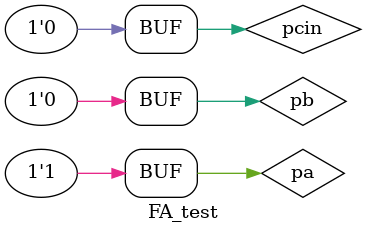
<source format=v>
module FA_struct (/*AUTOARG*/
   // Outputs
   Sum, Cout,
   // Inputs
   A, B, Cin
   ) ;
   input  A, B, Cin;
   output Sum, Cout;
   wire   S1, T1, T2, T3;

   xor x1(S1, A, B);
   xor x2(Sum, S1, Cin);
   and a1(T1, A, B);
   and a2(T2, A, Cin);
   and a3(T3, B, Cin);
   or  o1(Cout, T1, T2, T3);  
     
endmodule // FA

module FA_test (/*AUTOARG*/) ;
   reg pa, pb, pcin;
   wire pcout, psum;
   
   FA_struct fa(psum, pcout, pa, pb, pcin);
   initial begin
      $dumpfile("fa_test.vcd");
      $dumpvars(0, pa);
      $dumpvars(0, pb);
      $dumpvars(0, pcin);
      $dumpvars(0, psum);
      $dumpvars(0, pcout);
      
      pa = 0;
      pb = 0;
      pcin = 0;

      #5 pcin = 1;
      #5 pb = 1;
      #5 pcin = 0;
      #5 pa = 1;
      #5 pcin = 1;
      #5 pb = 0;
      #5 pcin = 0;      
   end
   initial
   $monitor("time=%t, a=%b, b=%b, cin=%b, sum=%b,cout=%b", $time, pa, pb, pcin, psum, pcout);
        
endmodule // FA_test

</source>
